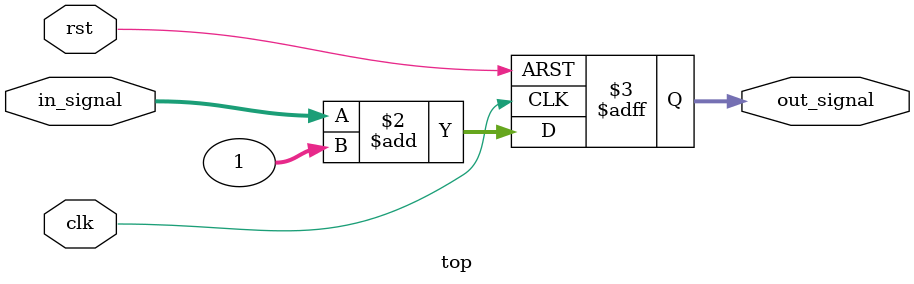
<source format=sv>
module top(
    input logic clk,
    input logic rst,
    input logic [31:0] in_signal,
    output logic [31:0] out_signal
);
    always_ff @(posedge clk or posedge rst) begin
        if (rst)
            out_signal <= 0;
        else
            out_signal <= in_signal + 1;  // Simple Increment
    end
endmodule

</source>
